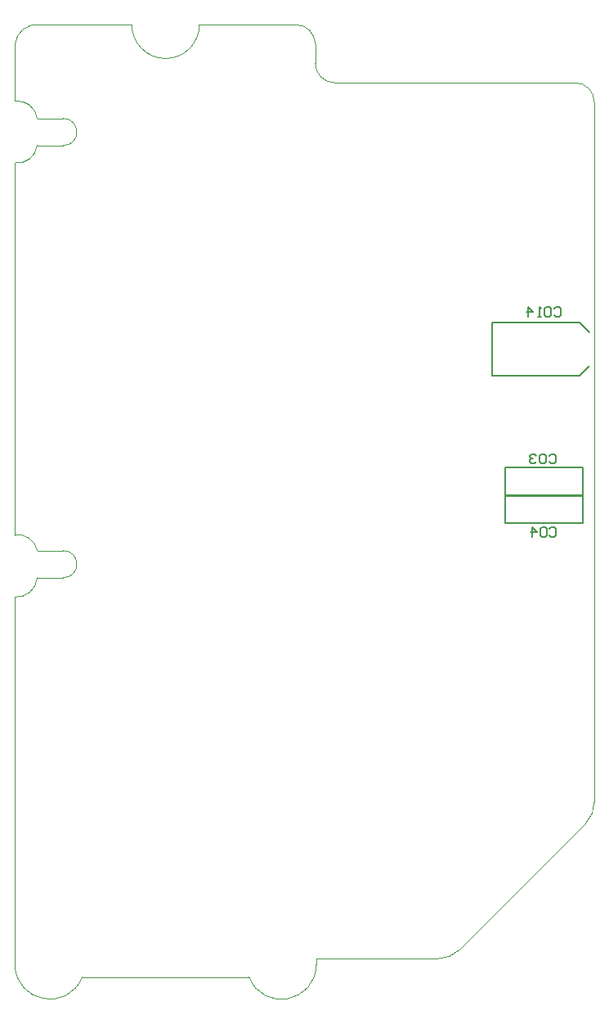
<source format=gbo>
G04 Layer_Color=32896*
%FSLAX44Y44*%
%MOMM*%
G71*
G01*
G75*
%ADD49C,0.2000*%
%ADD52C,0.1000*%
%ADD69C,0.1700*%
D49*
X494000Y645000D02*
Y700000D01*
X585000Y645000D02*
X595000Y655000D01*
X494000Y645000D02*
X585000D01*
X494000Y700000D02*
X585000D01*
X595000Y690000D01*
X507900Y492300D02*
X588100D01*
X507900D02*
Y521700D01*
X588100D01*
Y492300D02*
Y521700D01*
X507900Y520300D02*
X588100D01*
X507900D02*
Y549700D01*
X588100D01*
Y520300D02*
Y549700D01*
D52*
X311000Y968000D02*
G03*
X331000Y948000I20000J0D01*
G01*
X311000Y988000D02*
G03*
X291000Y1008000I-20000J0D01*
G01*
X25000Y1007999D02*
G03*
X0Y988000I-2500J-22499D01*
G01*
X23000Y911000D02*
G03*
X-0Y929000I-20500J-2500D01*
G01*
Y865000D02*
G03*
X23000Y883000I2500J20500D01*
G01*
X23000Y464000D02*
G03*
X-0Y480000I-19500J-3500D01*
G01*
X0Y416000D02*
G03*
X23000Y436000I1500J21500D01*
G01*
X121000Y1008000D02*
G03*
X156000Y973000I35000J0D01*
G01*
D02*
G03*
X191000Y1008000I0J35000D01*
G01*
X-1Y36000D02*
G03*
X69600Y23000I36035J109D01*
G01*
X242399Y22999D02*
G03*
X312000Y36000I33587J12998D01*
G01*
X591213Y182213D02*
G03*
X600000Y203426I-21213J21213D01*
G01*
X438574Y42000D02*
G03*
X459787Y50787I0J30000D01*
G01*
X600000Y928000D02*
G03*
X580000Y948000I-20000J0D01*
G01*
X50000Y883000D02*
G03*
X50000Y911000I0J14000D01*
G01*
Y436000D02*
G03*
X50000Y464000I0J14000D01*
G01*
X311000Y968000D02*
Y988000D01*
X191000Y1008000D02*
X291000D01*
X0Y929000D02*
Y988000D01*
X25000Y1008000D02*
X121000D01*
X23000Y911000D02*
X50000D01*
X23000Y883000D02*
X50000D01*
X0Y480000D02*
Y865000D01*
X23000Y436000D02*
X50000D01*
X23000Y464000D02*
X50000D01*
X69600Y23000D02*
X242400D01*
X0Y36000D02*
Y416000D01*
X312000Y36000D02*
Y42000D01*
X600000Y203426D02*
Y928000D01*
X459787Y50787D02*
X591213Y182213D01*
X331000Y948000D02*
X580000D01*
X312000Y42000D02*
X438574D01*
D69*
X553835Y486331D02*
X555502Y487997D01*
X558834D01*
X560500Y486331D01*
Y479666D01*
X558834Y478000D01*
X555502D01*
X553835Y479666D01*
X545505Y487997D02*
X548837D01*
X550503Y486331D01*
Y479666D01*
X548837Y478000D01*
X545505D01*
X543839Y479666D01*
Y486331D01*
X545505Y487997D01*
X535508Y478000D02*
Y487997D01*
X540506Y482998D01*
X533842D01*
X553335Y562331D02*
X555002Y563997D01*
X558334D01*
X560000Y562331D01*
Y555666D01*
X558334Y554000D01*
X555002D01*
X553335Y555666D01*
X545005Y563997D02*
X548337D01*
X550003Y562331D01*
Y555666D01*
X548337Y554000D01*
X545005D01*
X543339Y555666D01*
Y562331D01*
X545005Y563997D01*
X540006Y562331D02*
X538340Y563997D01*
X535008D01*
X533342Y562331D01*
Y560664D01*
X535008Y558998D01*
X536674D01*
X535008D01*
X533342Y557332D01*
Y555666D01*
X535008Y554000D01*
X538340D01*
X540006Y555666D01*
X558335Y714331D02*
X560002Y715997D01*
X563334D01*
X565000Y714331D01*
Y707666D01*
X563334Y706000D01*
X560002D01*
X558335Y707666D01*
X550005Y715997D02*
X553337D01*
X555003Y714331D01*
Y707666D01*
X553337Y706000D01*
X550005D01*
X548339Y707666D01*
Y714331D01*
X550005Y715997D01*
X545006Y706000D02*
X541674D01*
X543340D01*
Y715997D01*
X545006Y714331D01*
X531677Y706000D02*
Y715997D01*
X536676Y710998D01*
X530011D01*
M02*

</source>
